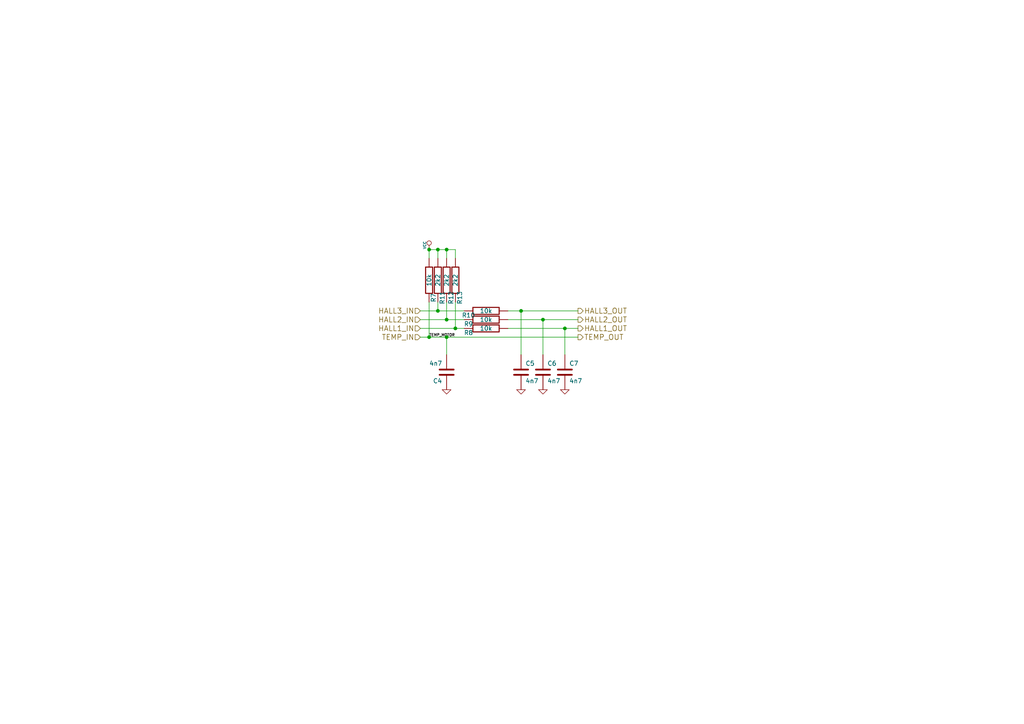
<source format=kicad_sch>
(kicad_sch (version 20230121) (generator eeschema)
  (paper "A4")
  (title_block (title "BLDC Driver 4.11") (date "21 aug 2015") (rev "4.12") (company "Benjamin Vedder"))
  (lib_symbols
    (symbol "BLDC_4-rescue:C-RESCUE-BLDC_4" (pin_numbers hide) (pin_names (offset 0.254))
      (property "Reference" "C" (at 0 2.54 0))
      (property "Value" "C-RESCUE-BLDC_4" (at 0.1524 -2.159 0))
      (symbol "C-RESCUE-BLDC_4_0_1"
        (polyline (pts (xy -2.032 -0.762) (xy 2.032 -0.762)) (stroke (width 0.508)))
        (polyline (pts (xy -2.032 0.762) (xy 2.032 0.762)) (stroke (width 0.508)))
      )
      (symbol "C-RESCUE-BLDC_4_1_1"
        (pin passive line (at 0 5.08 270) (length 4.318) (name "~") (number "1"))
        (pin passive line (at 0 -5.08 90) (length 4.318) (name "~") (number "2"))
      )
    )
    (symbol "BLDC_4-rescue:GND-RESCUE-BLDC_4" (power) (pin_names (offset 0))
      (symbol "GND-RESCUE-BLDC_4_0_1"
        (polyline (pts (xy -1.27 0) (xy 0 -1.27) (xy 1.27 0) (xy -1.27 0)))
      )
      (symbol "GND-RESCUE-BLDC_4_1_1"
        (pin power_in line (at 0 0 90) (length 0) hide (name "GND") (number "1"))
      )
    )
    (symbol "BLDC_4-rescue:R-RESCUE-BLDC_4" (pin_numbers hide) (pin_names (offset 0))
      (property "Reference" "R" (at 2.032 0 90))
      (property "Value" "R-RESCUE-BLDC_4" (at 0.1778 0.0254 90))
      (symbol "R-RESCUE-BLDC_4_0_1"
        (rectangle (start -1.016 3.81) (end 1.016 -3.81) (stroke (width 0.3048)))
      )
      (symbol "R-RESCUE-BLDC_4_1_1"
        (pin passive line (at 0 6.35 270) (length 2.54) (name "~") (number "1"))
        (pin passive line (at 0 -6.35 90) (length 2.54) (name "~") (number "2"))
      )
    )
    (symbol "BLDC_4-rescue:VCC" (power) (pin_names (offset 0))
      (property "Value" "VCC" (at 0 3.81 0))
      (symbol "VCC_0_1"
        (polyline (pts (xy 0 0) (xy 0 1.27)))
        (circle (center 0 1.905) (radius 0.635))
      )
      (symbol "VCC_1_1"
        (pin power_in line (at 0 0 90) (length 0) hide (name "VCC") (number "1"))
      )
    )
  )
  (junction (at 151.13 90.17))
  (junction (at 124.46 72.39))
  (junction (at 132.08 95.25))
  (junction (at 124.46 97.79))
  (junction (at 127 90.17))
  (junction (at 127 72.39))
  (junction (at 157.48 92.71))
  (junction (at 129.54 92.71))
  (junction (at 163.83 95.25))
  (junction (at 129.54 97.79))
  (junction (at 129.54 72.39))
  (wire (pts (xy 147.32 90.17) (xy 151.13 90.17)))
  (wire (pts (xy 124.46 72.39) (xy 124.46 74.93)))
  (wire (pts (xy 132.08 72.39) (xy 132.08 74.93)))
  (wire (pts (xy 129.54 72.39) (xy 132.08 72.39)))
  (wire (pts (xy 147.32 95.25) (xy 163.83 95.25)))
  (wire (pts (xy 151.13 90.17) (xy 151.13 102.87)))
  (wire (pts (xy 129.54 97.79) (xy 167.64 97.79)))
  (wire (pts (xy 121.92 95.25) (xy 132.08 95.25)))
  (wire (pts (xy 132.08 95.25) (xy 134.62 95.25)))
  (wire (pts (xy 121.92 97.79) (xy 124.46 97.79)))
  (wire (pts (xy 129.54 92.71) (xy 134.62 92.71)))
  (wire (pts (xy 163.83 95.25) (xy 163.83 102.87)))
  (wire (pts (xy 124.46 97.79) (xy 129.54 97.79)))
  (wire (pts (xy 132.08 87.63) (xy 132.08 95.25)))
  (wire (pts (xy 124.46 72.39) (xy 127 72.39)))
  (wire (pts (xy 129.54 97.79) (xy 129.54 102.87)))
  (wire (pts (xy 121.92 90.17) (xy 127 90.17)))
  (wire (pts (xy 127 74.93) (xy 127 72.39)))
  (wire (pts (xy 151.13 90.17) (xy 167.64 90.17)))
  (wire (pts (xy 127 87.63) (xy 127 90.17)))
  (wire (pts (xy 129.54 72.39) (xy 129.54 74.93)))
  (wire (pts (xy 127 90.17) (xy 134.62 90.17)))
  (wire (pts (xy 124.46 87.63) (xy 124.46 97.79)))
  (wire (pts (xy 147.32 92.71) (xy 157.48 92.71)))
  (wire (pts (xy 163.83 95.25) (xy 167.64 95.25)))
  (wire (pts (xy 157.48 92.71) (xy 157.48 102.87)))
  (wire (pts (xy 157.48 92.71) (xy 167.64 92.71)))
  (wire (pts (xy 127 72.39) (xy 129.54 72.39)))
  (wire (pts (xy 129.54 87.63) (xy 129.54 92.71)))
  (wire (pts (xy 121.92 92.71) (xy 129.54 92.71)))
  (label "TEMP_MOTOR" (at 124.46 97.79 0) (effects (font (size 0.762 0.762))))
  (hierarchical_label "HALL3_OUT" (shape output) (at 167.64 90.17 0) (effects (font (size 1.524 1.524))))
  (hierarchical_label "TEMP_IN" (shape input) (at 121.92 97.79 180) (effects (font (size 1.524 1.524))))
  (hierarchical_label "HALL1_OUT" (shape output) (at 167.64 95.25 0) (effects (font (size 1.524 1.524))))
  (hierarchical_label "HALL2_OUT" (shape output) (at 167.64 92.71 0) (effects (font (size 1.524 1.524))))
  (hierarchical_label "TEMP_OUT" (shape output) (at 167.64 97.79 0) (effects (font (size 1.524 1.524))))
  (hierarchical_label "HALL3_IN" (shape input) (at 121.92 90.17 180) (effects (font (size 1.524 1.524))))
  (hierarchical_label "HALL1_IN" (shape input) (at 121.92 95.25 180) (effects (font (size 1.524 1.524))))
  (hierarchical_label "HALL2_IN" (shape input) (at 121.92 92.71 180) (effects (font (size 1.524 1.524))))
  (symbol (lib_id "BLDC_4-rescue:R-RESCUE-BLDC_4") (at 124.46 81.28 180) (unit 1)
    (property "Reference" "R7" (at 125.73 86.36 90))
    (property "Value" "10k" (at 124.46 81.28 90))
    (property "Footprint" "CRF1:SMD-0603_r" (effects hide))
  )
  (symbol (lib_id "BLDC_4-rescue:R-RESCUE-BLDC_4") (at 140.97 95.25 90) (unit 1)
    (property "Reference" "R8" (at 135.89 96.52 90))
    (property "Value" "10k" (at 140.97 95.25 90))
    (property "Footprint" "CRF1:SMD-0603_r" (effects hide))
  )
  (symbol (lib_id "BLDC_4-rescue:R-RESCUE-BLDC_4") (at 140.97 92.71 90) (unit 1)
    (property "Reference" "R9" (at 135.89 93.98 90))
    (property "Value" "10k" (at 140.97 92.71 90))
    (property "Footprint" "CRF1:SMD-0603_r" (effects hide))
  )
  (symbol (lib_id "BLDC_4-rescue:R-RESCUE-BLDC_4") (at 140.97 90.17 90) (unit 1)
    (property "Reference" "R10" (at 135.89 91.44 90))
    (property "Value" "10k" (at 140.97 90.17 90))
    (property "Footprint" "CRF1:SMD-0603_r" (effects hide))
  )
  (symbol (lib_id "BLDC_4-rescue:C-RESCUE-BLDC_4") (at 151.13 107.95 0) (unit 1)
    (property "Reference" "C5" (at 152.4 105.41 0) (effects (justify left)))
    (property "Value" "4n7" (at 152.4 110.49 0) (effects (justify left)))
    (property "Footprint" "CRF1:SMD-0603_c" (effects hide))
  )
  (symbol (lib_id "BLDC_4-rescue:C-RESCUE-BLDC_4") (at 157.48 107.95 0) (unit 1)
    (property "Reference" "C6" (at 158.75 105.41 0) (effects (justify left)))
    (property "Value" "4n7" (at 158.75 110.49 0) (effects (justify left)))
    (property "Footprint" "CRF1:SMD-0603_c" (effects hide))
  )
  (symbol (lib_id "BLDC_4-rescue:C-RESCUE-BLDC_4") (at 163.83 107.95 0) (unit 1)
    (property "Reference" "C7" (at 165.1 105.41 0) (effects (justify left)))
    (property "Value" "4n7" (at 165.1 110.49 0) (effects (justify left)))
    (property "Footprint" "CRF1:SMD-0603_c" (effects hide))
  )
  (symbol (lib_id "BLDC_4-rescue:GND-RESCUE-BLDC_4") (at 151.13 113.03 0) (unit 1)
    (property "Reference" "#PWR030" (effects hide))
    (property "Value" "GND" (effects hide))
  )
  (symbol (lib_id "BLDC_4-rescue:R-RESCUE-BLDC_4") (at 127 81.28 180) (unit 1)
    (property "Reference" "R11" (at 128.27 86.36 90))
    (property "Value" "2k2" (at 127 81.28 90))
    (property "Footprint" "CRF1:SMD-0603_r" (effects hide))
  )
  (symbol (lib_id "BLDC_4-rescue:R-RESCUE-BLDC_4") (at 129.54 81.28 180) (unit 1)
    (property "Reference" "R12" (at 130.81 86.36 90))
    (property "Value" "2k2" (at 129.54 81.28 90))
    (property "Footprint" "CRF1:SMD-0603_r" (effects hide))
  )
  (symbol (lib_id "BLDC_4-rescue:R-RESCUE-BLDC_4") (at 132.08 81.28 180) (unit 1)
    (property "Reference" "R13" (at 133.35 86.36 90))
    (property "Value" "2k2" (at 132.08 81.28 90))
    (property "Footprint" "CRF1:SMD-0603_r" (effects hide))
  )
  (symbol (lib_id "BLDC_4-rescue:C-RESCUE-BLDC_4") (at 129.54 107.95 180) (unit 1)
    (property "Reference" "C4" (at 128.27 110.49 0) (effects (justify left)))
    (property "Value" "4n7" (at 128.27 105.41 0) (effects (justify left)))
    (property "Footprint" "CRF1:SMD-0603_c" (effects hide))
  )
  (symbol (lib_id "BLDC_4-rescue:GND-RESCUE-BLDC_4") (at 129.54 113.03 0) (unit 1)
    (property "Reference" "#PWR031" (effects hide))
    (property "Value" "GND" (effects hide))
  )
  (symbol (lib_id "BLDC_4-rescue:VCC") (at 124.46 72.39 0) (unit 1)
    (property "Reference" "#PWR032" (effects hide))
    (property "Value" "VCC" (at 123.19 71.12 90) (effects (font (size 0.762 0.762))))
  )
  (symbol (lib_id "BLDC_4-rescue:GND-RESCUE-BLDC_4") (at 157.48 113.03 0) (unit 1)
    (property "Reference" "#PWR033" (effects hide))
    (property "Value" "GND" (effects hide))
  )
  (symbol (lib_id "BLDC_4-rescue:GND-RESCUE-BLDC_4") (at 163.83 113.03 0) (unit 1)
    (property "Reference" "#PWR034" (effects hide))
    (property "Value" "GND" (effects hide))
  )
)
</source>
